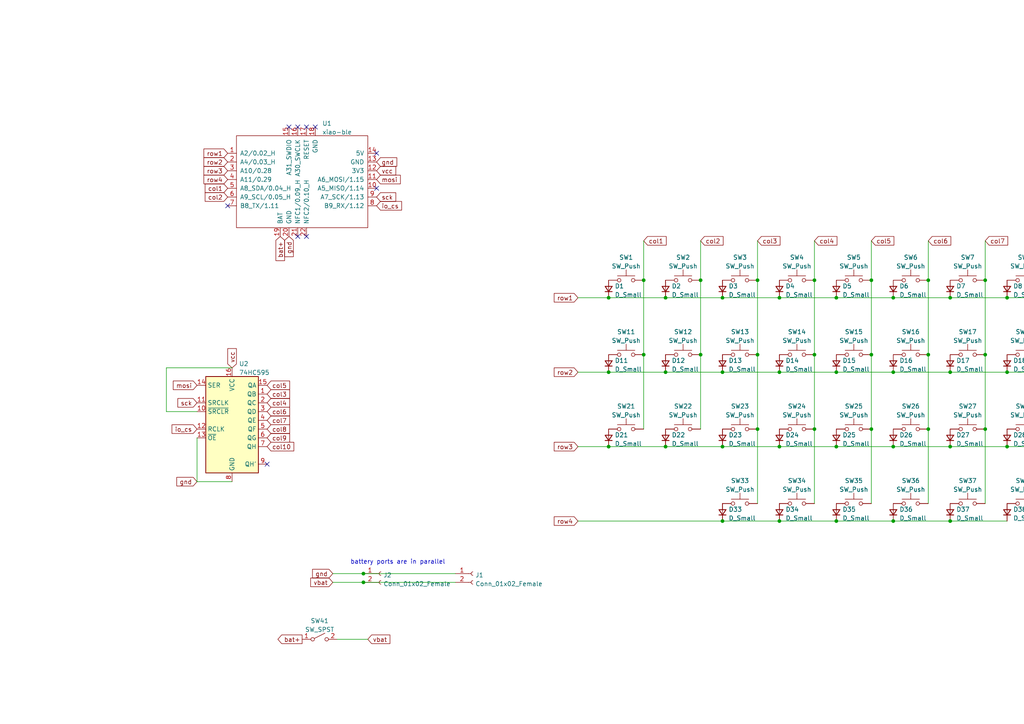
<source format=kicad_sch>
(kicad_sch (version 20211123) (generator eeschema)
  (paper "A4")
  (lib_symbols
    (symbol "74xx:74HC595"
      (property "Reference" "U" (at -7.62 13.97 0))
      (property "Value" "74HC595" (at -7.62 -16.51 0))
      (symbol "74HC595_1_0"
        (pin tri_state line (at 10.16 7.62 180) (length 2.54) (name "QB") (number "1"))
        (pin input line (at -10.16 2.54 0) (length 2.54) (name "~{SRCLR}") (number "10"))
        (pin input line (at -10.16 5.08 0) (length 2.54) (name "SRCLK") (number "11"))
        (pin input line (at -10.16 -2.54 0) (length 2.54) (name "RCLK") (number "12"))
        (pin input line (at -10.16 -5.08 0) (length 2.54) (name "~{OE}") (number "13"))
        (pin input line (at -10.16 10.16 0) (length 2.54) (name "SER") (number "14"))
        (pin tri_state line (at 10.16 10.16 180) (length 2.54) (name "QA") (number "15"))
        (pin power_in line (at 0 15.24 270) (length 2.54) (name "VCC") (number "16"))
        (pin tri_state line (at 10.16 5.08 180) (length 2.54) (name "QC") (number "2"))
        (pin tri_state line (at 10.16 2.54 180) (length 2.54) (name "QD") (number "3"))
        (pin tri_state line (at 10.16 0 180) (length 2.54) (name "QE") (number "4"))
        (pin tri_state line (at 10.16 -2.54 180) (length 2.54) (name "QF") (number "5"))
        (pin tri_state line (at 10.16 -5.08 180) (length 2.54) (name "QG") (number "6"))
        (pin tri_state line (at 10.16 -7.62 180) (length 2.54) (name "QH") (number "7"))
        (pin power_in line (at 0 -17.78 90) (length 2.54) (name "GND") (number "8"))
        (pin output line (at 10.16 -12.7 180) (length 2.54) (name "QH'") (number "9"))
      )
      (symbol "74HC595_1_1"
        (rectangle (start -7.62 12.7) (end 7.62 -15.24) (stroke (width 0.254)) (fill (type background)))
      )
    )
    (symbol "Connector:Conn_01x02_Female" (pin_names (offset 1.016) hide)
      (property "Reference" "J" (at 0 2.54 0))
      (property "Value" "Conn_01x02_Female" (at 0 -5.08 0))
      (symbol "Conn_01x02_Female_1_1"
        (arc (start 0 -2.032) (mid -0.508 -2.54) (end 0 -3.048) (stroke (width 0.1524)))
        (polyline (pts (xy -1.27 -2.54) (xy -0.508 -2.54)) (stroke (width 0.1524)))
        (polyline (pts (xy -1.27 0) (xy -0.508 0)) (stroke (width 0.1524)))
        (arc (start 0 0.508) (mid -0.508 0) (end 0 -0.508) (stroke (width 0.1524)))
        (pin passive line (at -5.08 0 0) (length 3.81) (name "Pin_1") (number "1"))
        (pin passive line (at -5.08 -2.54 0) (length 3.81) (name "Pin_2") (number "2"))
      )
    )
    (symbol "Device:D_Small" (pin_numbers hide) (pin_names (offset 0.254) hide)
      (property "Reference" "D" (at -1.27 2.032 0))
      (property "Value" "D_Small" (at -3.81 -2.032 0))
      (symbol "D_Small_0_1"
        (polyline (pts (xy -0.762 -1.016) (xy -0.762 1.016)) (stroke (width 0.254)))
        (polyline (pts (xy -0.762 0) (xy 0.762 0)))
        (polyline (pts (xy 0.762 -1.016) (xy -0.762 0) (xy 0.762 1.016) (xy 0.762 -1.016)) (stroke (width 0.254)))
      )
      (symbol "D_Small_1_1"
        (pin passive line (at -2.54 0 0) (length 1.778) (name "K") (number "1"))
        (pin passive line (at 2.54 0 180) (length 1.778) (name "A") (number "2"))
      )
    )
    (symbol "Mechanical:MountingHole" (pin_names (offset 1.016))
      (property "Reference" "H" (at 0 5.08 0))
      (property "Value" "MountingHole" (at 0 3.175 0))
      (symbol "MountingHole_0_1"
        (circle (center 0 0) (radius 1.27) (stroke (width 1.27)))
      )
    )
    (symbol "Switch:SW_Push" (pin_numbers hide) (pin_names (offset 1.016) hide)
      (property "Reference" "SW" (at 1.27 2.54 0))
      (property "Value" "SW_Push" (at 0 -1.524 0))
      (symbol "SW_Push_0_1"
        (circle (center -2.032 0) (radius 0.508))
        (polyline (pts (xy 0 1.27) (xy 0 3.048)))
        (polyline (pts (xy 2.54 1.27) (xy -2.54 1.27)))
        (circle (center 2.032 0) (radius 0.508))
        (pin passive line (at -5.08 0 0) (length 2.54) (name "1") (number "1"))
        (pin passive line (at 5.08 0 180) (length 2.54) (name "2") (number "2"))
      )
    )
    (symbol "Switch:SW_SPST" (pin_names (offset 0) hide)
      (property "Reference" "SW" (at 0 3.175 0))
      (property "Value" "SW_SPST" (at 0 -2.54 0))
      (symbol "SW_SPST_0_0"
        (circle (center -2.032 0) (radius 0.508))
        (polyline (pts (xy -1.524 0.254) (xy 1.524 1.778)))
        (circle (center 2.032 0) (radius 0.508))
      )
      (symbol "SW_SPST_1_1"
        (pin passive line (at -5.08 0 0) (length 2.54) (name "A") (number "1"))
        (pin passive line (at 5.08 0 180) (length 2.54) (name "B") (number "2"))
      )
    )
    (symbol "mcu:xiao-ble" (pin_names (offset 1.016))
      (property "Reference" "U" (at -17.78 16.51 0))
      (property "Value" "xiao-ble" (at -15.24 13.97 0))
      (symbol "xiao-ble_0_1"
        (rectangle (start -19.05 12.7) (end 19.05 -13.97))
      )
      (symbol "xiao-ble_1_1"
        (pin bidirectional line (at -21.59 7.62 0) (length 2.54) (name "A2/0.02_H") (number "1"))
        (pin bidirectional line (at 21.59 -2.54 180) (length 2.54) (name "A5_MISO/1.14") (number "10"))
        (pin bidirectional line (at 21.59 0 180) (length 2.54) (name "A6_MOSI/1.15") (number "11"))
        (pin power_out line (at 21.59 2.54 180) (length 2.54) (name "3V3") (number "12"))
        (pin power_out line (at 21.59 5.08 180) (length 2.54) (name "GND") (number "13"))
        (pin power_out line (at 21.59 7.62 180) (length 2.54) (name "5V") (number "14"))
        (pin input line (at -3.81 15.24 270) (length 2.54) (name "A31_SWDIO") (number "15"))
        (pin input line (at -1.27 15.24 270) (length 2.54) (name "A30_SWCLK") (number "16"))
        (pin input line (at 1.27 15.24 270) (length 2.54) (name "RESET") (number "17"))
        (pin power_out line (at 3.81 15.24 270) (length 2.54) (name "GND") (number "18"))
        (pin bidirectional line (at -6.35 -16.51 90) (length 2.54) (name "BAT") (number "19"))
        (pin bidirectional line (at -21.59 5.08 0) (length 2.54) (name "A4/0.03_H") (number "2"))
        (pin power_out line (at -3.81 -16.51 90) (length 2.54) (name "GND") (number "20"))
        (pin bidirectional line (at -1.27 -16.51 90) (length 2.54) (name "NFC1/0.09_H") (number "21"))
        (pin bidirectional line (at 1.27 -16.51 90) (length 2.54) (name "NFC2/0.10_H") (number "22"))
        (pin bidirectional line (at -21.59 2.54 0) (length 2.54) (name "A10/0.28") (number "3"))
        (pin bidirectional line (at -21.59 0 0) (length 2.54) (name "A11/0.29") (number "4"))
        (pin bidirectional line (at -21.59 -2.54 0) (length 2.54) (name "A8_SDA/0.04_H") (number "5"))
        (pin bidirectional line (at -21.59 -5.08 0) (length 2.54) (name "A9_SCL/0.05_H") (number "6"))
        (pin bidirectional line (at -21.59 -7.62 0) (length 2.54) (name "B8_TX/1.11") (number "7"))
        (pin bidirectional line (at 21.59 -7.62 180) (length 2.54) (name "B9_RX/1.12") (number "8"))
        (pin bidirectional line (at 21.59 -5.08 180) (length 2.54) (name "A7_SCK/1.13") (number "9"))
      )
    )
  )
  (junction (at 193.04 86.36))
  (junction (at 275.59 86.36))
  (junction (at 259.08 151.13))
  (junction (at 236.22 81.28))
  (junction (at 209.55 86.36))
  (junction (at 236.22 102.87))
  (junction (at 252.73 102.87))
  (junction (at 219.71 102.87))
  (junction (at 219.71 81.28))
  (junction (at 242.57 107.95))
  (junction (at 209.55 107.95))
  (junction (at 209.55 129.54))
  (junction (at 285.75 124.46))
  (junction (at 259.08 86.36))
  (junction (at 203.2 102.87))
  (junction (at 269.24 124.46))
  (junction (at 105.41 168.91))
  (junction (at 226.06 86.36))
  (junction (at 203.2 81.28))
  (junction (at 335.28 102.87))
  (junction (at 176.53 86.36))
  (junction (at 308.61 107.95))
  (junction (at 252.73 81.28))
  (junction (at 186.69 102.87))
  (junction (at 292.1 86.36))
  (junction (at 292.1 129.54))
  (junction (at 219.71 124.46))
  (junction (at 302.26 81.28))
  (junction (at 275.59 107.95))
  (junction (at 335.28 81.28))
  (junction (at 285.75 81.28))
  (junction (at 318.77 81.28))
  (junction (at 242.57 129.54))
  (junction (at 275.59 151.13))
  (junction (at 242.57 151.13))
  (junction (at 226.06 107.95))
  (junction (at 236.22 124.46))
  (junction (at 318.77 102.87))
  (junction (at 105.41 166.37))
  (junction (at 209.55 151.13))
  (junction (at 226.06 151.13))
  (junction (at 226.06 129.54))
  (junction (at 302.26 102.87))
  (junction (at 302.26 124.46))
  (junction (at 176.53 107.95))
  (junction (at 269.24 102.87))
  (junction (at 193.04 107.95))
  (junction (at 269.24 81.28))
  (junction (at 242.57 86.36))
  (junction (at 275.59 129.54))
  (junction (at 259.08 129.54))
  (junction (at 176.53 129.54))
  (junction (at 186.69 81.28))
  (junction (at 252.73 124.46))
  (junction (at 259.08 107.95))
  (junction (at 308.61 86.36))
  (junction (at 308.61 129.54))
  (junction (at 292.1 107.95))
  (junction (at 285.75 102.87))
  (junction (at 193.04 129.54))
  (no_connect (at 83.82 36.83))
  (no_connect (at 86.36 36.83))
  (no_connect (at 91.44 36.83))
  (no_connect (at 109.22 44.45))
  (no_connect (at 109.22 54.61))
  (no_connect (at 77.47 134.62))
  (no_connect (at 88.9 36.83))
  (no_connect (at 66.04 59.69))
  (no_connect (at 88.9 68.58))
  (no_connect (at 86.36 68.58))
  (wire (pts (xy 236.22 124.46) (xy 236.22 146.05)))
  (wire (pts (xy 48.26 106.68) (xy 48.26 119.38)))
  (wire (pts (xy 269.24 124.46) (xy 269.24 146.05)))
  (wire (pts (xy 318.77 102.87) (xy 318.77 124.46)))
  (wire (pts (xy 97.79 185.42) (xy 106.68 185.42)))
  (wire (pts (xy 209.55 86.36) (xy 226.06 86.36)))
  (wire (pts (xy 96.52 166.37) (xy 105.41 166.37)))
  (wire (pts (xy 252.73 81.28) (xy 252.73 102.87)))
  (wire (pts (xy 308.61 107.95) (xy 325.12 107.95)))
  (wire (pts (xy 242.57 107.95) (xy 259.08 107.95)))
  (wire (pts (xy 318.77 69.85) (xy 318.77 81.28)))
  (wire (pts (xy 302.26 81.28) (xy 302.26 102.87)))
  (wire (pts (xy 219.71 124.46) (xy 219.71 146.05)))
  (wire (pts (xy 105.41 166.37) (xy 132.08 166.37)))
  (wire (pts (xy 242.57 129.54) (xy 259.08 129.54)))
  (wire (pts (xy 318.77 81.28) (xy 318.77 102.87)))
  (wire (pts (xy 292.1 129.54) (xy 308.61 129.54)))
  (wire (pts (xy 259.08 86.36) (xy 275.59 86.36)))
  (wire (pts (xy 285.75 102.87) (xy 285.75 124.46)))
  (wire (pts (xy 252.73 69.85) (xy 252.73 81.28)))
  (wire (pts (xy 259.08 129.54) (xy 275.59 129.54)))
  (wire (pts (xy 242.57 151.13) (xy 259.08 151.13)))
  (wire (pts (xy 167.64 129.54) (xy 176.53 129.54)))
  (wire (pts (xy 67.31 106.68) (xy 48.26 106.68)))
  (wire (pts (xy 219.71 81.28) (xy 219.71 102.87)))
  (wire (pts (xy 302.26 124.46) (xy 302.26 146.05)))
  (wire (pts (xy 308.61 129.54) (xy 325.12 129.54)))
  (wire (pts (xy 57.15 139.7) (xy 67.31 139.7)))
  (wire (pts (xy 308.61 86.36) (xy 325.12 86.36)))
  (wire (pts (xy 335.28 102.87) (xy 335.28 124.46)))
  (wire (pts (xy 259.08 107.95) (xy 275.59 107.95)))
  (wire (pts (xy 226.06 86.36) (xy 242.57 86.36)))
  (wire (pts (xy 176.53 86.36) (xy 193.04 86.36)))
  (wire (pts (xy 275.59 129.54) (xy 292.1 129.54)))
  (wire (pts (xy 275.59 107.95) (xy 292.1 107.95)))
  (wire (pts (xy 186.69 81.28) (xy 186.69 102.87)))
  (wire (pts (xy 105.41 168.91) (xy 132.08 168.91)))
  (wire (pts (xy 167.64 107.95) (xy 176.53 107.95)))
  (wire (pts (xy 209.55 129.54) (xy 226.06 129.54)))
  (wire (pts (xy 269.24 69.85) (xy 269.24 81.28)))
  (wire (pts (xy 96.52 168.91) (xy 105.41 168.91)))
  (wire (pts (xy 269.24 102.87) (xy 269.24 124.46)))
  (wire (pts (xy 203.2 102.87) (xy 203.2 124.46)))
  (wire (pts (xy 48.26 119.38) (xy 57.15 119.38)))
  (wire (pts (xy 285.75 124.46) (xy 285.75 146.05)))
  (wire (pts (xy 275.59 86.36) (xy 292.1 86.36)))
  (wire (pts (xy 186.69 69.85) (xy 186.69 81.28)))
  (wire (pts (xy 226.06 107.95) (xy 242.57 107.95)))
  (wire (pts (xy 259.08 151.13) (xy 275.59 151.13)))
  (wire (pts (xy 167.64 151.13) (xy 209.55 151.13)))
  (wire (pts (xy 285.75 81.28) (xy 285.75 102.87)))
  (wire (pts (xy 186.69 102.87) (xy 186.69 124.46)))
  (wire (pts (xy 219.71 102.87) (xy 219.71 124.46)))
  (wire (pts (xy 335.28 81.28) (xy 335.28 102.87)))
  (wire (pts (xy 236.22 81.28) (xy 236.22 102.87)))
  (wire (pts (xy 219.71 69.85) (xy 219.71 81.28)))
  (wire (pts (xy 252.73 124.46) (xy 252.73 146.05)))
  (wire (pts (xy 203.2 81.28) (xy 203.2 102.87)))
  (wire (pts (xy 57.15 127) (xy 57.15 139.7)))
  (wire (pts (xy 236.22 102.87) (xy 236.22 124.46)))
  (wire (pts (xy 242.57 86.36) (xy 259.08 86.36)))
  (wire (pts (xy 285.75 69.85) (xy 285.75 81.28)))
  (wire (pts (xy 209.55 107.95) (xy 226.06 107.95)))
  (wire (pts (xy 302.26 69.85) (xy 302.26 81.28)))
  (wire (pts (xy 226.06 151.13) (xy 242.57 151.13)))
  (wire (pts (xy 292.1 86.36) (xy 308.61 86.36)))
  (wire (pts (xy 269.24 81.28) (xy 269.24 102.87)))
  (wire (pts (xy 302.26 102.87) (xy 302.26 124.46)))
  (wire (pts (xy 167.64 86.36) (xy 176.53 86.36)))
  (wire (pts (xy 209.55 151.13) (xy 226.06 151.13)))
  (wire (pts (xy 193.04 107.95) (xy 209.55 107.95)))
  (wire (pts (xy 193.04 129.54) (xy 209.55 129.54)))
  (wire (pts (xy 275.59 151.13) (xy 292.1 151.13)))
  (wire (pts (xy 252.73 102.87) (xy 252.73 124.46)))
  (wire (pts (xy 335.28 69.85) (xy 335.28 81.28)))
  (wire (pts (xy 292.1 107.95) (xy 308.61 107.95)))
  (wire (pts (xy 226.06 129.54) (xy 242.57 129.54)))
  (wire (pts (xy 203.2 69.85) (xy 203.2 81.28)))
  (wire (pts (xy 193.04 86.36) (xy 209.55 86.36)))
  (wire (pts (xy 176.53 129.54) (xy 193.04 129.54)))
  (wire (pts (xy 236.22 69.85) (xy 236.22 81.28)))
  (wire (pts (xy 176.53 107.95) (xy 193.04 107.95)))
  (text "battery ports are in parallel\n" (at 101.6 163.83 0) (effects (font (size 1.27 1.27)) (justify left bottom)))
  (global_label "vbat" (shape input) (at 106.68 185.42 0) (property "Intersheet References" "${INTERSHEET_REFS}" (effects hide)))
  (global_label "col7" (shape input) (at 77.47 121.92 0) (property "Intersheet References" "${INTERSHEET_REFS}" (effects hide)))
  (global_label "col2" (shape input) (at 203.2 69.85 0) (property "Intersheet References" "${INTERSHEET_REFS}" (effects hide)))
  (global_label "col9" (shape input) (at 318.77 69.85 0) (property "Intersheet References" "${INTERSHEET_REFS}" (effects hide)))
  (global_label "bat+" (shape output) (at 87.63 185.42 180) (property "Intersheet References" "${INTERSHEET_REFS}" (effects hide)))
  (global_label "col6" (shape input) (at 269.24 69.85 0) (property "Intersheet References" "${INTERSHEET_REFS}" (effects hide)))
  (global_label "io_cs" (shape input) (at 57.15 124.46 180) (property "Intersheet References" "${INTERSHEET_REFS}" (effects hide)))
  (global_label "io_cs" (shape input) (at 109.22 59.69 0) (property "Intersheet References" "${INTERSHEET_REFS}" (effects hide)))
  (global_label "gnd" (shape input) (at 83.82 68.58 270) (property "Intersheet References" "${INTERSHEET_REFS}" (effects hide)))
  (global_label "row1" (shape input) (at 66.04 44.45 180) (property "Intersheet References" "${INTERSHEET_REFS}" (effects hide)))
  (global_label "col1" (shape input) (at 186.69 69.85 0) (property "Intersheet References" "${INTERSHEET_REFS}" (effects hide)))
  (global_label "row4" (shape input) (at 66.04 52.07 180) (property "Intersheet References" "${INTERSHEET_REFS}" (effects hide)))
  (global_label "gnd" (shape input) (at 96.52 166.37 180) (property "Intersheet References" "${INTERSHEET_REFS}" (effects hide)))
  (global_label "row3" (shape input) (at 66.04 49.53 180) (property "Intersheet References" "${INTERSHEET_REFS}" (effects hide)))
  (global_label "row3" (shape input) (at 167.64 129.54 180) (property "Intersheet References" "${INTERSHEET_REFS}" (effects hide)))
  (global_label "sck" (shape input) (at 109.22 57.15 0) (property "Intersheet References" "${INTERSHEET_REFS}" (effects hide)))
  (global_label "row1" (shape input) (at 167.64 86.36 180) (property "Intersheet References" "${INTERSHEET_REFS}" (effects hide)))
  (global_label "col10" (shape input) (at 335.28 69.85 0) (property "Intersheet References" "${INTERSHEET_REFS}" (effects hide)))
  (global_label "col9" (shape input) (at 77.47 127 0) (property "Intersheet References" "${INTERSHEET_REFS}" (effects hide)))
  (global_label "vbat" (shape input) (at 96.52 168.91 180) (property "Intersheet References" "${INTERSHEET_REFS}" (effects hide)))
  (global_label "col3" (shape input) (at 77.47 114.3 0) (property "Intersheet References" "${INTERSHEET_REFS}" (effects hide)))
  (global_label "row2" (shape input) (at 66.04 46.99 180) (property "Intersheet References" "${INTERSHEET_REFS}" (effects hide)))
  (global_label "vcc" (shape input) (at 109.22 49.53 0) (property "Intersheet References" "${INTERSHEET_REFS}" (effects hide)))
  (global_label "gnd" (shape input) (at 109.22 46.99 0) (property "Intersheet References" "${INTERSHEET_REFS}" (effects hide)))
  (global_label "mosi" (shape input) (at 109.22 52.07 0) (property "Intersheet References" "${INTERSHEET_REFS}" (effects hide)))
  (global_label "col3" (shape input) (at 219.71 69.85 0) (property "Intersheet References" "${INTERSHEET_REFS}" (effects hide)))
  (global_label "col4" (shape input) (at 77.47 116.84 0) (property "Intersheet References" "${INTERSHEET_REFS}" (effects hide)))
  (global_label "col6" (shape input) (at 77.47 119.38 0) (property "Intersheet References" "${INTERSHEET_REFS}" (effects hide)))
  (global_label "vcc" (shape input) (at 67.31 106.68 90) (property "Intersheet References" "${INTERSHEET_REFS}" (effects hide)))
  (global_label "col7" (shape input) (at 285.75 69.85 0) (property "Intersheet References" "${INTERSHEET_REFS}" (effects hide)))
  (global_label "col8" (shape input) (at 302.26 69.85 0) (property "Intersheet References" "${INTERSHEET_REFS}" (effects hide)))
  (global_label "row2" (shape input) (at 167.64 107.95 180) (property "Intersheet References" "${INTERSHEET_REFS}" (effects hide)))
  (global_label "col8" (shape input) (at 77.47 124.46 0) (property "Intersheet References" "${INTERSHEET_REFS}" (effects hide)))
  (global_label "col2" (shape input) (at 66.04 57.15 180) (property "Intersheet References" "${INTERSHEET_REFS}" (effects hide)))
  (global_label "col5" (shape input) (at 77.47 111.76 0) (property "Intersheet References" "${INTERSHEET_REFS}" (effects hide)))
  (global_label "col10" (shape input) (at 77.47 129.54 0) (property "Intersheet References" "${INTERSHEET_REFS}" (effects hide)))
  (global_label "bat+" (shape input) (at 81.28 68.58 270) (property "Intersheet References" "${INTERSHEET_REFS}" (effects hide)))
  (global_label "col4" (shape input) (at 236.22 69.85 0) (property "Intersheet References" "${INTERSHEET_REFS}" (effects hide)))
  (global_label "gnd" (shape input) (at 57.15 139.7 180) (property "Intersheet References" "${INTERSHEET_REFS}" (effects hide)))
  (global_label "col5" (shape input) (at 252.73 69.85 0) (property "Intersheet References" "${INTERSHEET_REFS}" (effects hide)))
  (global_label "mosi" (shape input) (at 57.15 111.76 180) (property "Intersheet References" "${INTERSHEET_REFS}" (effects hide)))
  (global_label "col1" (shape input) (at 66.04 54.61 180) (property "Intersheet References" "${INTERSHEET_REFS}" (effects hide)))
  (global_label "row4" (shape input) (at 167.64 151.13 180) (property "Intersheet References" "${INTERSHEET_REFS}" (effects hide)))
  (global_label "sck" (shape input) (at 57.15 116.84 180) (property "Intersheet References" "${INTERSHEET_REFS}" (effects hide)))
  (symbol (lib_id "Switch:SW_Push") (at 264.16 102.87 0) (unit 1)
    (property "Reference" "SW16" (at 264.16 96.2492 0))
    (property "Value" "SW_Push" (at 264.16 98.7861 0))
    (property "Footprint" "keyswitches:Kailh_socket_PG1350" (effects hide))
  )
  (symbol (lib_id "Device:D_Small") (at 308.61 127 90) (unit 1)
    (property "Reference" "D29" (at 310.388 126.1653 90) (effects (justify right)))
    (property "Value" "D_Small" (at 310.388 128.7022 90) (effects (justify right)))
    (property "Footprint" "Diode_SMD:D_MiniMELF_Handsoldering" (effects hide))
  )
  (symbol (lib_id "Device:D_Small") (at 259.08 127 90) (unit 1)
    (property "Reference" "D26" (at 260.858 126.1653 90) (effects (justify right)))
    (property "Value" "D_Small" (at 260.858 128.7022 90) (effects (justify right)))
    (property "Footprint" "Diode_SMD:D_MiniMELF_Handsoldering" (effects hide))
  )
  (symbol (lib_id "Switch:SW_Push") (at 313.69 81.28 0) (unit 1)
    (property "Reference" "SW9" (at 313.69 74.6592 0))
    (property "Value" "SW_Push" (at 313.69 77.1961 0))
    (property "Footprint" "keyswitches:Kailh_socket_PG1350" (effects hide))
  )
  (symbol (lib_id "Device:D_Small") (at 176.53 83.82 90) (unit 1)
    (property "Reference" "D1" (at 178.308 82.9853 90) (effects (justify right)))
    (property "Value" "D_Small" (at 178.308 85.5222 90) (effects (justify right)))
    (property "Footprint" "Diode_SMD:D_MiniMELF_Handsoldering" (effects hide))
  )
  (symbol (lib_id "Device:D_Small") (at 209.55 127 90) (unit 1)
    (property "Reference" "D23" (at 211.328 126.1653 90) (effects (justify right)))
    (property "Value" "D_Small" (at 211.328 128.7022 90) (effects (justify right)))
    (property "Footprint" "Diode_SMD:D_MiniMELF_Handsoldering" (effects hide))
  )
  (symbol (lib_id "Switch:SW_Push") (at 214.63 124.46 0) (unit 1)
    (property "Reference" "SW23" (at 214.63 117.8392 0))
    (property "Value" "SW_Push" (at 214.63 120.3761 0))
    (property "Footprint" "keyswitches:Kailh_socket_PG1350" (effects hide))
  )
  (symbol (lib_id "Device:D_Small") (at 292.1 83.82 90) (unit 1)
    (property "Reference" "D8" (at 293.878 82.9853 90) (effects (justify right)))
    (property "Value" "D_Small" (at 293.878 85.5222 90) (effects (justify right)))
    (property "Footprint" "Diode_SMD:D_MiniMELF_Handsoldering" (effects hide))
  )
  (symbol (lib_id "Switch:SW_Push") (at 231.14 81.28 0) (unit 1)
    (property "Reference" "SW4" (at 231.14 74.6592 0))
    (property "Value" "SW_Push" (at 231.14 77.1961 0))
    (property "Footprint" "keyswitches:Kailh_socket_PG1350" (effects hide))
  )
  (symbol (lib_id "Device:D_Small") (at 209.55 83.82 90) (unit 1)
    (property "Reference" "D3" (at 211.328 82.9853 90) (effects (justify right)))
    (property "Value" "D_Small" (at 211.328 85.5222 90) (effects (justify right)))
    (property "Footprint" "Diode_SMD:D_MiniMELF_Handsoldering" (effects hide))
  )
  (symbol (lib_id "Switch:SW_Push") (at 214.63 102.87 0) (unit 1)
    (property "Reference" "SW13" (at 214.63 96.2492 0))
    (property "Value" "SW_Push" (at 214.63 98.7861 0))
    (property "Footprint" "keyswitches:Kailh_socket_PG1350" (effects hide))
  )
  (symbol (lib_id "Switch:SW_Push") (at 181.61 124.46 0) (unit 1)
    (property "Reference" "SW21" (at 181.61 117.8392 0))
    (property "Value" "SW_Push" (at 181.61 120.3761 0))
    (property "Footprint" "keyswitches:Kailh_socket_PG1350" (effects hide))
  )
  (symbol (lib_id "Device:D_Small") (at 325.12 83.82 90) (unit 1)
    (property "Reference" "D10" (at 326.898 82.9853 90) (effects (justify right)))
    (property "Value" "D_Small" (at 326.898 85.5222 90) (effects (justify right)))
    (property "Footprint" "Diode_SMD:D_MiniMELF_Handsoldering" (effects hide))
  )
  (symbol (lib_id "Switch:SW_SPST") (at 92.71 185.42 0) (unit 1)
    (property "Reference" "SW41" (at 92.71 180.0692 0))
    (property "Value" "SW_SPST" (at 92.71 182.6061 0))
    (property "Footprint" "Button_Switch_SMD:SW_SPDT_PCM12" (effects hide))
  )
  (symbol (lib_id "Device:D_Small") (at 193.04 83.82 90) (unit 1)
    (property "Reference" "D2" (at 194.818 82.9853 90) (effects (justify right)))
    (property "Value" "D_Small" (at 194.818 85.5222 90) (effects (justify right)))
    (property "Footprint" "Diode_SMD:D_MiniMELF_Handsoldering" (effects hide))
  )
  (symbol (lib_id "Device:D_Small") (at 209.55 148.59 90) (unit 1)
    (property "Reference" "D33" (at 211.328 147.7553 90) (effects (justify right)))
    (property "Value" "D_Small" (at 211.328 150.2922 90) (effects (justify right)))
    (property "Footprint" "Diode_SMD:D_MiniMELF_Handsoldering" (effects hide))
  )
  (symbol (lib_id "Mechanical:MountingHole") (at 302.26 186.69 0) (unit 1)
    (property "Reference" "H5" (at 304.8 185.8553 0) (effects (justify left)))
    (property "Value" "MountingHole" (at 304.8 188.3922 0) (effects (justify left)))
    (property "Footprint" "MountingHole:MountingHole_4mm" (effects hide))
  )
  (symbol (lib_id "Mechanical:MountingHole") (at 309.88 173.99 0) (unit 1)
    (property "Reference" "H2" (at 312.42 173.1553 0) (effects (justify left)))
    (property "Value" "MountingHole" (at 312.42 175.6922 0) (effects (justify left)))
    (property "Footprint" "MountingHole:MountingHole_4mm" (effects hide))
  )
  (symbol (lib_id "Device:D_Small") (at 209.55 105.41 90) (unit 1)
    (property "Reference" "D13" (at 211.328 104.5753 90) (effects (justify right)))
    (property "Value" "D_Small" (at 211.328 107.1122 90) (effects (justify right)))
    (property "Footprint" "Diode_SMD:D_MiniMELF_Handsoldering" (effects hide))
  )
  (symbol (lib_id "Device:D_Small") (at 325.12 127 90) (unit 1)
    (property "Reference" "D30" (at 326.898 126.1653 90) (effects (justify right)))
    (property "Value" "D_Small" (at 326.898 128.7022 90) (effects (justify right)))
    (property "Footprint" "Diode_SMD:D_MiniMELF_Handsoldering" (effects hide))
  )
  (symbol (lib_id "Device:D_Small") (at 242.57 148.59 90) (unit 1)
    (property "Reference" "D35" (at 244.348 147.7553 90) (effects (justify right)))
    (property "Value" "D_Small" (at 244.348 150.2922 90) (effects (justify right)))
    (property "Footprint" "Diode_SMD:D_MiniMELF_Handsoldering" (effects hide))
  )
  (symbol (lib_id "Switch:SW_Push") (at 247.65 146.05 0) (unit 1)
    (property "Reference" "SW35" (at 247.65 139.4292 0))
    (property "Value" "SW_Push" (at 247.65 141.9661 0))
    (property "Footprint" "keyswitches:Kailh_socket_PG1350" (effects hide))
  )
  (symbol (lib_id "Switch:SW_Push") (at 198.12 81.28 0) (unit 1)
    (property "Reference" "SW2" (at 198.12 74.6592 0))
    (property "Value" "SW_Push" (at 198.12 77.1961 0))
    (property "Footprint" "keyswitches:Kailh_socket_PG1350" (effects hide))
  )
  (symbol (lib_id "Switch:SW_Push") (at 313.69 102.87 0) (unit 1)
    (property "Reference" "SW19" (at 313.69 96.2492 0))
    (property "Value" "SW_Push" (at 313.69 98.7861 0))
    (property "Footprint" "keyswitches:Kailh_socket_PG1350" (effects hide))
  )
  (symbol (lib_id "Switch:SW_Push") (at 297.18 81.28 0) (unit 1)
    (property "Reference" "SW8" (at 297.18 74.6592 0))
    (property "Value" "SW_Push" (at 297.18 77.1961 0))
    (property "Footprint" "keyswitches:Kailh_socket_PG1350" (effects hide))
  )
  (symbol (lib_id "Device:D_Small") (at 292.1 127 90) (unit 1)
    (property "Reference" "D28" (at 293.878 126.1653 90) (effects (justify right)))
    (property "Value" "D_Small" (at 293.878 128.7022 90) (effects (justify right)))
    (property "Footprint" "Diode_SMD:D_MiniMELF_Handsoldering" (effects hide))
  )
  (symbol (lib_id "Device:D_Small") (at 292.1 148.59 90) (unit 1)
    (property "Reference" "D38" (at 293.878 147.7553 90) (effects (justify right)))
    (property "Value" "D_Small" (at 293.878 150.2922 90) (effects (justify right)))
    (property "Footprint" "Diode_SMD:D_MiniMELF_Handsoldering" (effects hide))
  )
  (symbol (lib_id "Device:D_Small") (at 242.57 83.82 90) (unit 1)
    (property "Reference" "D5" (at 244.348 82.9853 90) (effects (justify right)))
    (property "Value" "D_Small" (at 244.348 85.5222 90) (effects (justify right)))
    (property "Footprint" "Diode_SMD:D_MiniMELF_Handsoldering" (effects hide))
  )
  (symbol (lib_id "Connector:Conn_01x02_Female") (at 137.16 166.37 0) (unit 1)
    (property "Reference" "J1" (at 137.8712 166.8053 0) (effects (justify left)))
    (property "Value" "Conn_01x02_Female" (at 137.8712 169.3422 0) (effects (justify left)))
    (property "Footprint" "Connector_JST:JST_PH_S2B-PH-K_1x02_P2.00mm_Horizontal" (effects hide))
  )
  (symbol (lib_id "Device:D_Small") (at 176.53 105.41 90) (unit 1)
    (property "Reference" "D11" (at 178.308 104.5753 90) (effects (justify right)))
    (property "Value" "D_Small" (at 178.308 107.1122 90) (effects (justify right)))
    (property "Footprint" "Diode_SMD:D_MiniMELF_Handsoldering" (effects hide))
  )
  (symbol (lib_id "Switch:SW_Push") (at 264.16 81.28 0) (unit 1)
    (property "Reference" "SW6" (at 264.16 74.6592 0))
    (property "Value" "SW_Push" (at 264.16 77.1961 0))
    (property "Footprint" "keyswitches:Kailh_socket_PG1350" (effects hide))
  )
  (symbol (lib_id "Device:D_Small") (at 226.06 83.82 90) (unit 1)
    (property "Reference" "D4" (at 227.838 82.9853 90) (effects (justify right)))
    (property "Value" "D_Small" (at 227.838 85.5222 90) (effects (justify right)))
    (property "Footprint" "Diode_SMD:D_MiniMELF_Handsoldering" (effects hide))
  )
  (symbol (lib_id "Device:D_Small") (at 176.53 127 90) (unit 1)
    (property "Reference" "D21" (at 178.308 126.1653 90) (effects (justify right)))
    (property "Value" "D_Small" (at 178.308 128.7022 90) (effects (justify right)))
    (property "Footprint" "Diode_SMD:D_MiniMELF_Handsoldering" (effects hide))
  )
  (symbol (lib_id "Switch:SW_Push") (at 231.14 146.05 0) (unit 1)
    (property "Reference" "SW34" (at 231.14 139.4292 0))
    (property "Value" "SW_Push" (at 231.14 141.9661 0))
    (property "Footprint" "keyswitches:Kailh_socket_PG1350" (effects hide))
  )
  (symbol (lib_id "Switch:SW_Push") (at 247.65 81.28 0) (unit 1)
    (property "Reference" "SW5" (at 247.65 74.6592 0))
    (property "Value" "SW_Push" (at 247.65 77.1961 0))
    (property "Footprint" "keyswitches:Kailh_socket_PG1350" (effects hide))
  )
  (symbol (lib_id "Device:D_Small") (at 292.1 105.41 90) (unit 1)
    (property "Reference" "D18" (at 293.878 104.5753 90) (effects (justify right)))
    (property "Value" "D_Small" (at 293.878 107.1122 90) (effects (justify right)))
    (property "Footprint" "Diode_SMD:D_MiniMELF_Handsoldering" (effects hide))
  )
  (symbol (lib_id "Switch:SW_Push") (at 313.69 124.46 0) (unit 1)
    (property "Reference" "SW29" (at 313.69 117.8392 0))
    (property "Value" "SW_Push" (at 313.69 120.3761 0))
    (property "Footprint" "keyswitches:Kailh_socket_PG1350" (effects hide))
  )
  (symbol (lib_id "Switch:SW_Push") (at 297.18 102.87 0) (unit 1)
    (property "Reference" "SW18" (at 297.18 96.2492 0))
    (property "Value" "SW_Push" (at 297.18 98.7861 0))
    (property "Footprint" "keyswitches:Kailh_socket_PG1350" (effects hide))
  )
  (symbol (lib_id "Connector:Conn_01x02_Female") (at 110.49 166.37 0) (unit 1)
    (property "Reference" "J2" (at 111.2012 166.8053 0) (effects (justify left)))
    (property "Value" "Conn_01x02_Female" (at 111.2012 169.3422 0) (effects (justify left)))
    (property "Footprint" "Connector_PinHeader_2.54mm:PinHeader_1x02_P2.54mm_Vertical" (effects hide))
  )
  (symbol (lib_id "Switch:SW_Push") (at 280.67 124.46 0) (unit 1)
    (property "Reference" "SW27" (at 280.67 117.8392 0))
    (property "Value" "SW_Push" (at 280.67 120.3761 0))
    (property "Footprint" "keyswitches:Kailh_socket_PG1350" (effects hide))
  )
  (symbol (lib_id "Switch:SW_Push") (at 297.18 146.05 0) (unit 1)
    (property "Reference" "SW38" (at 297.18 139.4292 0))
    (property "Value" "SW_Push" (at 297.18 141.9661 0))
    (property "Footprint" "keyswitches:Kailh_socket_PG1350" (effects hide))
  )
  (symbol (lib_id "Device:D_Small") (at 226.06 105.41 90) (unit 1)
    (property "Reference" "D14" (at 227.838 104.5753 90) (effects (justify right)))
    (property "Value" "D_Small" (at 227.838 107.1122 90) (effects (justify right)))
    (property "Footprint" "Diode_SMD:D_MiniMELF_Handsoldering" (effects hide))
  )
  (symbol (lib_id "Device:D_Small") (at 242.57 127 90) (unit 1)
    (property "Reference" "D25" (at 244.348 126.1653 90) (effects (justify right)))
    (property "Value" "D_Small" (at 244.348 128.7022 90) (effects (justify right)))
    (property "Footprint" "Diode_SMD:D_MiniMELF_Handsoldering" (effects hide))
  )
  (symbol (lib_id "Device:D_Small") (at 275.59 105.41 90) (unit 1)
    (property "Reference" "D17" (at 277.368 104.5753 90) (effects (justify right)))
    (property "Value" "D_Small" (at 277.368 107.1122 90) (effects (justify right)))
    (property "Footprint" "Diode_SMD:D_MiniMELF_Handsoldering" (effects hide))
  )
  (symbol (lib_id "Mechanical:MountingHole") (at 309.88 186.69 0) (unit 1)
    (property "Reference" "H6" (at 312.42 185.8553 0) (effects (justify left)))
    (property "Value" "MountingHole" (at 312.42 188.3922 0) (effects (justify left)))
    (property "Footprint" "MountingHole:MountingHole_4mm" (effects hide))
  )
  (symbol (lib_id "Device:D_Small") (at 226.06 148.59 90) (unit 1)
    (property "Reference" "D34" (at 227.838 147.7553 90) (effects (justify right)))
    (property "Value" "D_Small" (at 227.838 150.2922 90) (effects (justify right)))
    (property "Footprint" "Diode_SMD:D_MiniMELF_Handsoldering" (effects hide))
  )
  (symbol (lib_id "Mechanical:MountingHole") (at 302.26 180.34 0) (unit 1)
    (property "Reference" "H3" (at 304.8 179.5053 0) (effects (justify left)))
    (property "Value" "MountingHole" (at 304.8 182.0422 0) (effects (justify left)))
    (property "Footprint" "MountingHole:MountingHole_4mm" (effects hide))
  )
  (symbol (lib_id "Switch:SW_Push") (at 280.67 102.87 0) (unit 1)
    (property "Reference" "SW17" (at 280.67 96.2492 0))
    (property "Value" "SW_Push" (at 280.67 98.7861 0))
    (property "Footprint" "keyswitches:Kailh_socket_PG1350" (effects hide))
  )
  (symbol (lib_id "Switch:SW_Push") (at 231.14 102.87 0) (unit 1)
    (property "Reference" "SW14" (at 231.14 96.2492 0))
    (property "Value" "SW_Push" (at 231.14 98.7861 0))
    (property "Footprint" "keyswitches:Kailh_socket_PG1350" (effects hide))
  )
  (symbol (lib_id "Mechanical:MountingHole") (at 302.26 173.99 0) (unit 1)
    (property "Reference" "H1" (at 304.8 173.1553 0) (effects (justify left)))
    (property "Value" "MountingHole" (at 304.8 175.6922 0) (effects (justify left)))
    (property "Footprint" "MountingHole:MountingHole_4mm" (effects hide))
  )
  (symbol (lib_id "Switch:SW_Push") (at 264.16 146.05 0) (unit 1)
    (property "Reference" "SW36" (at 264.16 139.4292 0))
    (property "Value" "SW_Push" (at 264.16 141.9661 0))
    (property "Footprint" "keyswitches:Kailh_socket_PG1350" (effects hide))
  )
  (symbol (lib_id "Device:D_Small") (at 275.59 148.59 90) (unit 1)
    (property "Reference" "D37" (at 277.368 147.7553 90) (effects (justify right)))
    (property "Value" "D_Small" (at 277.368 150.2922 90) (effects (justify right)))
    (property "Footprint" "Diode_SMD:D_MiniMELF_Handsoldering" (effects hide))
  )
  (symbol (lib_id "Switch:SW_Push") (at 198.12 102.87 0) (unit 1)
    (property "Reference" "SW12" (at 198.12 96.2492 0))
    (property "Value" "SW_Push" (at 198.12 98.7861 0))
    (property "Footprint" "keyswitches:Kailh_socket_PG1350" (effects hide))
  )
  (symbol (lib_id "Switch:SW_Push") (at 198.12 124.46 0) (unit 1)
    (property "Reference" "SW22" (at 198.12 117.8392 0))
    (property "Value" "SW_Push" (at 198.12 120.3761 0))
    (property "Footprint" "keyswitches:Kailh_socket_PG1350" (effects hide))
  )
  (symbol (lib_id "Mechanical:MountingHole") (at 309.88 180.34 0) (unit 1)
    (property "Reference" "H4" (at 312.42 179.5053 0) (effects (justify left)))
    (property "Value" "MountingHole" (at 312.42 182.0422 0) (effects (justify left)))
    (property "Footprint" "MountingHole:MountingHole_4mm" (effects hide))
  )
  (symbol (lib_id "Switch:SW_Push") (at 280.67 81.28 0) (unit 1)
    (property "Reference" "SW7" (at 280.67 74.6592 0))
    (property "Value" "SW_Push" (at 280.67 77.1961 0))
    (property "Footprint" "keyswitches:Kailh_socket_PG1350" (effects hide))
  )
  (symbol (lib_id "Switch:SW_Push") (at 280.67 146.05 0) (unit 1)
    (property "Reference" "SW37" (at 280.67 139.4292 0))
    (property "Value" "SW_Push" (at 280.67 141.9661 0))
    (property "Footprint" "keyswitches:Kailh_socket_PG1350" (effects hide))
  )
  (symbol (lib_id "Device:D_Small") (at 242.57 105.41 90) (unit 1)
    (property "Reference" "D15" (at 244.348 104.5753 90) (effects (justify right)))
    (property "Value" "D_Small" (at 244.348 107.1122 90) (effects (justify right)))
    (property "Footprint" "Diode_SMD:D_MiniMELF_Handsoldering" (effects hide))
  )
  (symbol (lib_id "Switch:SW_Push") (at 330.2 102.87 0) (unit 1)
    (property "Reference" "SW20" (at 330.2 96.2492 0))
    (property "Value" "SW_Push" (at 330.2 98.7861 0))
    (property "Footprint" "keyswitches:Kailh_socket_PG1350" (effects hide))
  )
  (symbol (lib_id "Switch:SW_Push") (at 247.65 102.87 0) (unit 1)
    (property "Reference" "SW15" (at 247.65 96.2492 0))
    (property "Value" "SW_Push" (at 247.65 98.7861 0))
    (property "Footprint" "keyswitches:Kailh_socket_PG1350" (effects hide))
  )
  (symbol (lib_id "Switch:SW_Push") (at 181.61 102.87 0) (unit 1)
    (property "Reference" "SW11" (at 181.61 96.2492 0))
    (property "Value" "SW_Push" (at 181.61 98.7861 0))
    (property "Footprint" "keyswitches:Kailh_socket_PG1350" (effects hide))
  )
  (symbol (lib_id "Device:D_Small") (at 193.04 127 90) (unit 1)
    (property "Reference" "D22" (at 194.818 126.1653 90) (effects (justify right)))
    (property "Value" "D_Small" (at 194.818 128.7022 90) (effects (justify right)))
    (property "Footprint" "Diode_SMD:D_MiniMELF_Handsoldering" (effects hide))
  )
  (symbol (lib_id "mcu:xiao-ble") (at 87.63 52.07 0) (unit 1)
    (property "Reference" "U1" (at 93.4594 35.7972 0) (effects (justify left)))
    (property "Value" "xiao-ble" (at 93.4594 38.3341 0) (effects (justify left)))
    (property "Footprint" "mcu:xiao-ble-smd" (effects hide))
  )
  (symbol (lib_id "Switch:SW_Push") (at 181.61 81.28 0) (unit 1)
    (property "Reference" "SW1" (at 181.61 74.6592 0))
    (property "Value" "SW_Push" (at 181.61 77.1961 0))
    (property "Footprint" "keyswitches:Kailh_socket_PG1350" (effects hide))
  )
  (symbol (lib_id "Switch:SW_Push") (at 264.16 124.46 0) (unit 1)
    (property "Reference" "SW26" (at 264.16 117.8392 0))
    (property "Value" "SW_Push" (at 264.16 120.3761 0))
    (property "Footprint" "keyswitches:Kailh_socket_PG1350" (effects hide))
  )
  (symbol (lib_id "Device:D_Small") (at 226.06 127 90) (unit 1)
    (property "Reference" "D24" (at 227.838 126.1653 90) (effects (justify right)))
    (property "Value" "D_Small" (at 227.838 128.7022 90) (effects (justify right)))
    (property "Footprint" "Diode_SMD:D_MiniMELF_Handsoldering" (effects hide))
  )
  (symbol (lib_id "Switch:SW_Push") (at 231.14 124.46 0) (unit 1)
    (property "Reference" "SW24" (at 231.14 117.8392 0))
    (property "Value" "SW_Push" (at 231.14 120.3761 0))
    (property "Footprint" "keyswitches:Kailh_socket_PG1350" (effects hide))
  )
  (symbol (lib_id "Device:D_Small") (at 308.61 105.41 90) (unit 1)
    (property "Reference" "D19" (at 310.388 104.5753 90) (effects (justify right)))
    (property "Value" "D_Small" (at 310.388 107.1122 90) (effects (justify right)))
    (property "Footprint" "Diode_SMD:D_MiniMELF_Handsoldering" (effects hide))
  )
  (symbol (lib_id "Device:D_Small") (at 193.04 105.41 90) (unit 1)
    (property "Reference" "D12" (at 194.818 104.5753 90) (effects (justify right)))
    (property "Value" "D_Small" (at 194.818 107.1122 90) (effects (justify right)))
    (property "Footprint" "Diode_SMD:D_MiniMELF_Handsoldering" (effects hide))
  )
  (symbol (lib_id "Switch:SW_Push") (at 247.65 124.46 0) (unit 1)
    (property "Reference" "SW25" (at 247.65 117.8392 0))
    (property "Value" "SW_Push" (at 247.65 120.3761 0))
    (property "Footprint" "keyswitches:Kailh_socket_PG1350" (effects hide))
  )
  (symbol (lib_id "Device:D_Small") (at 259.08 83.82 90) (unit 1)
    (property "Reference" "D6" (at 260.858 82.9853 90) (effects (justify right)))
    (property "Value" "D_Small" (at 260.858 85.5222 90) (effects (justify right)))
    (property "Footprint" "Diode_SMD:D_MiniMELF_Handsoldering" (effects hide))
  )
  (symbol (lib_id "Switch:SW_Push") (at 214.63 146.05 0) (unit 1)
    (property "Reference" "SW33" (at 214.63 139.4292 0))
    (property "Value" "SW_Push" (at 214.63 141.9661 0))
    (property "Footprint" "keyswitches:Kailh_socket_PG1350" (effects hide))
  )
  (symbol (lib_id "Device:D_Small") (at 275.59 83.82 90) (unit 1)
    (property "Reference" "D7" (at 277.368 82.9853 90) (effects (justify right)))
    (property "Value" "D_Small" (at 277.368 85.5222 90) (effects (justify right)))
    (property "Footprint" "Diode_SMD:D_MiniMELF_Handsoldering" (effects hide))
  )
  (symbol (lib_id "Switch:SW_Push") (at 297.18 124.46 0) (unit 1)
    (property "Reference" "SW28" (at 297.18 117.8392 0))
    (property "Value" "SW_Push" (at 297.18 120.3761 0))
    (property "Footprint" "keyswitches:Kailh_socket_PG1350" (effects hide))
  )
  (symbol (lib_id "Device:D_Small") (at 308.61 83.82 90) (unit 1)
    (property "Reference" "D9" (at 310.388 82.9853 90) (effects (justify right)))
    (property "Value" "D_Small" (at 310.388 85.5222 90) (effects (justify right)))
    (property "Footprint" "Diode_SMD:D_MiniMELF_Handsoldering" (effects hide))
  )
  (symbol (lib_id "Switch:SW_Push") (at 214.63 81.28 0) (unit 1)
    (property "Reference" "SW3" (at 214.63 74.6592 0))
    (property "Value" "SW_Push" (at 214.63 77.1961 0))
    (property "Footprint" "keyswitches:Kailh_socket_PG1350" (effects hide))
  )
  (symbol (lib_id "Device:D_Small") (at 325.12 105.41 90) (unit 1)
    (property "Reference" "D20" (at 326.898 104.5753 90) (effects (justify right)))
    (property "Value" "D_Small" (at 326.898 107.1122 90) (effects (justify right)))
    (property "Footprint" "Diode_SMD:D_MiniMELF_Handsoldering" (effects hide))
  )
  (symbol (lib_id "Switch:SW_Push") (at 330.2 124.46 0) (unit 1)
    (property "Reference" "SW30" (at 330.2 117.8392 0))
    (property "Value" "SW_Push" (at 330.2 120.3761 0))
    (property "Footprint" "keyswitches:Kailh_socket_PG1350" (effects hide))
  )
  (symbol (lib_id "Device:D_Small") (at 259.08 148.59 90) (unit 1)
    (property "Reference" "D36" (at 260.858 147.7553 90) (effects (justify right)))
    (property "Value" "D_Small" (at 260.858 150.2922 90) (effects (justify right)))
    (property "Footprint" "Diode_SMD:D_MiniMELF_Handsoldering" (effects hide))
  )
  (symbol (lib_id "74xx:74HC595") (at 67.31 121.92 0) (unit 1)
    (property "Reference" "U2" (at 69.3294 105.5202 0) (effects (justify left)))
    (property "Value" "74HC595" (at 69.3294 108.0571 0) (effects (justify left)))
    (property "Footprint" "Package_SO:SOIC-16_3.9x9.9mm_P1.27mm" (effects hide))
    (property "Datasheet" "http://www.ti.com/lit/ds/symlink/sn74hc595.pdf" (effects hide))
  )
  (symbol (lib_id "Device:D_Small") (at 275.59 127 90) (unit 1)
    (property "Reference" "D27" (at 277.368 126.1653 90) (effects (justify right)))
    (property "Value" "D_Small" (at 277.368 128.7022 90) (effects (justify right)))
    (property "Footprint" "Diode_SMD:D_MiniMELF_Handsoldering" (effects hide))
  )
  (symbol (lib_id "Switch:SW_Push") (at 330.2 81.28 0) (unit 1)
    (property "Reference" "SW10" (at 330.2 74.6592 0))
    (property "Value" "SW_Push" (at 330.2 77.1961 0))
    (property "Footprint" "keyswitches:Kailh_socket_PG1350" (effects hide))
  )
  (symbol (lib_id "Device:D_Small") (at 259.08 105.41 90) (unit 1)
    (property "Reference" "D16" (at 260.858 104.5753 90) (effects (justify right)))
    (property "Value" "D_Small" (at 260.858 107.1122 90) (effects (justify right)))
    (property "Footprint" "Diode_SMD:D_MiniMELF_Handsoldering" (effects hide))
  )
)
</source>
